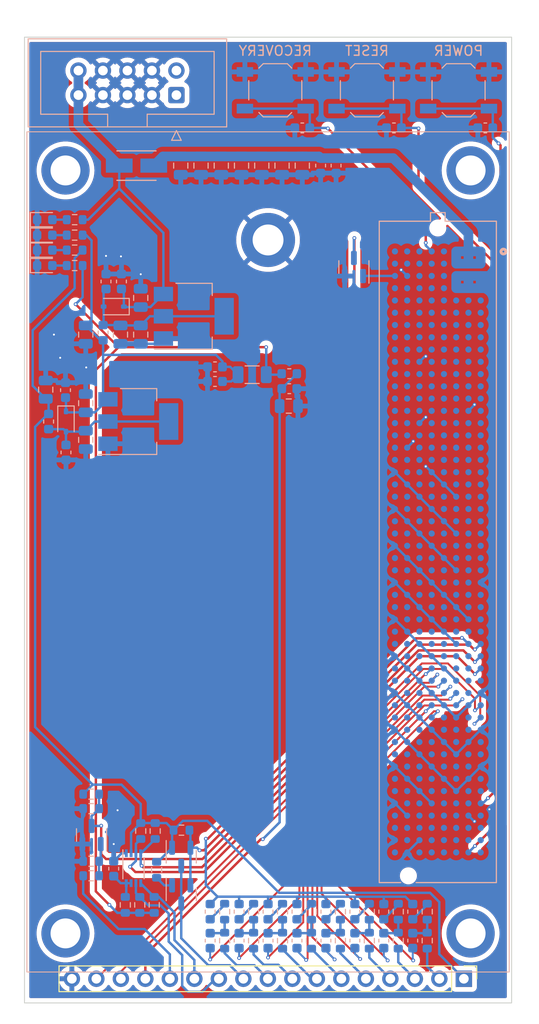
<source format=kicad_pcb>
(kicad_pcb (version 20221018) (generator pcbnew)
  (layers (0 "F.Cu" signal) (31 "B.Cu" signal) (34 "B.Paste" user) (35 "F.Paste" user) (36 "B.SilkS" user "B.Silkscreen") (37 "F.SilkS" user "F.Silkscreen") (38 "B.Mask" user) (39 "F.Mask" user) (44 "Edge.Cuts" user))
  (net 0 "")
  (net 258 "Net-(D1-A)")
  (net 261 "GND")
  (net 262 "HDMI_CEC")
  (net 263 "HDMI_HPD_L")
  (net 264 "HDMI_DDC_SCL_POL")
  (net 265 "HDMI_DDC_SDA_POL")
  (net 266 "+5V")
  (net 267 "DP1_TXD0_P")
  (net 268 "DP1_TXD0_N")
  (net 269 "DP1_TXD1_P")
  (net 270 "DP1_TXD1_N")
  (net 271 "DP1_TXD2_P")
  (net 272 "DP1_TXD2_N")
  (net 273 "DP1_TXD3_P")
  (net 274 "DP1_TXD3_N")
  (net 275 "SOM_GPIO20_HDMI_TERM")
  (net 276 "USB_VBUS_EN1")
  (net 277 "USB3_TX1_P")
  (net 278 "USB3_TX1_N")
  (net 279 "USB0_VDD_VBUS")
  (net 280 "USB0_D_N")
  (net 281 "USB0_D_P")
  (net 282 "USB1_D_N")
  (net 283 "USB1_D_P")
  (net 284 "USB3_RX1_N")
  (net 285 "USB3_RX1_P")
  (net 286 "USB0_OTG_ID")
  (net 287 "USB_VBUS_EN0")
  (net 288 "JTAG_AP_TMS")
  (net 289 "JTAG_AP_TCK")
  (net 290 "JTAG_AP_TDO")
  (net 291 "JTAG_AP_TDI")
  (net 292 "SOM_RESET_OUT_L")
  (net 293 "JTAG_AP_RTCK")
  (net 294 "JTAG_AP_TRST_L")
  (net 295 "GBE_LED0_SPICSB")
  (net 296 "GBE_LED1_SPISCK")
  (net 297 "GBE_MDI0_P")
  (net 298 "GBE_MDI0_N")
  (net 299 "GBE_MDI1_P")
  (net 300 "GBE_MDI1_N")
  (net 301 "GBE_MDI2_P")
  (net 302 "GBE_MDI2_N")
  (net 303 "GBE_MDI3_P")
  (net 304 "GBE_MDI3_N")
  (net 305 "SDCARD_CD")
  (net 306 "SDCARD_VDD_EN")
  (net 307 "SDCARD_CMD")
  (net 308 "SDCARD_CLK")
  (net 309 "SDCARD_D3")
  (net 310 "SDCARD_D2")
  (net 311 "SDCARD_D1")
  (net 312 "SDCARD_D0")
  (net 313 "P12V_TX2")
  (net 314 "FORCE_RECOVERY_L")
  (net 315 "POWER_BTN_L")
  (net 316 "+12V")
  (net 317 "Net-(D26-A)")
  (net 318 "Net-(D28-A)")
  (net 319 "SOM_RESET_IN_L")
  (net 320 "CARRIER_POWER_ON")
  (net 321 "SOM_UART0_TXD")
  (net 322 "SOM_UART0_CTS")
  (net 323 "SOM_UART0_RXD")
  (net 324 "+3V3")
  (net 325 "Net-(D2-A)")
  (net 326 "Net-(U3-EN)")
  (net 327 "HDMI_5V_CABLE")
  (net 328 "Net-(C28-Pad2)")
  (net 329 "Net-(C29-Pad2)")
  (net 330 "Net-(C30-Pad2)")
  (net 331 "Net-(C31-Pad2)")
  (net 332 "Net-(C32-Pad2)")
  (net 333 "Net-(C33-Pad2)")
  (net 334 "Net-(C34-Pad2)")
  (net 335 "Net-(C35-Pad2)")
  (net 336 "Net-(D3-A)")
  (net 337 "Net-(D4-A-Pad1)")
  (net 338 "HDMI_CEC_CON")
  (net 339 "Net-(D6-A)")
  (net 340 "HDMI_D2P_CON")
  (net 341 "HDMI_D2N_CON")
  (net 342 "HDMI_D1P_CON")
  (net 343 "HDMI_D1N_CON")
  (net 344 "HDMI_D0P_CON")
  (net 345 "HDMI_D0N_CON")
  (net 346 "HDMI_CKP_CON")
  (net 347 "HDMI_CKN_CON")
  (net 348 "HDMI_DDC_SCL_5V0")
  (net 349 "HDMI_DDC_SDA_5V0")
  (net 350 "HDMI_HPD_CON")
  (net 351 "5V_HDMI")
  (net 352 "Net-(Q5-D)")
  (net 353 "Net-(L2-Pad2)")
  (net 354 "Net-(L3-Pad2)")
  (net 355 "Net-(L4-Pad2)")
  (net 356 "Net-(L5-Pad2)")
  (net 357 "Net-(L6-Pad2)")
  (net 358 "Net-(L7-Pad2)")
  (net 359 "Net-(L8-Pad2)")
  (net 360 "Net-(L9-Pad2)")
  (net 361 "Net-(Q1-B)")
  (footprint "Connector_PinHeader_2.54mm:PinHeader_1x17_P2.54mm_Vertical" (layer "F.Cu") (at 150.71 172.547792 -90)
    (fp_text reference "J4" hide)
    (fp_text value "Conn_01x17")
  )
  (footprint "Capacitor_SMD:C_0805_2012Metric" (layer "B.Cu") (at 115.11 105.847792 90)
    (fp_text reference "C8" hide)
    (fp_text value "22u")
  )
  (footprint "Capacitor_SMD:C_0805_2012Metric" (layer "B.Cu") (at 111.51 116.747792 -90)
    (fp_text reference "C19" hide)
    (fp_text value "47u")
  )
  (footprint "Capacitor_SMD:C_0603_1608Metric" (layer "B.Cu") (at 127.41 168.597792 90)
    (fp_text reference "C34" hide)
    (fp_text value "100n")
  )
  (footprint "Button_Switch_SMD:SW_SPST_TL3342" (layer "B.Cu") (at 131.16 80.547792 180)
    (fp_text reference "SW3" hide)
    (fp_text value "SW_Push")
  )
  (footprint "Resistor_SMD:R_0603_1608Metric" (layer "B.Cu") (at 115.61 164.897792 90)
    (fp_text reference "R10" hide)
    (fp_text value "200k")
  )
  (footprint "Capacitor_SMD:C_0603_1608Metric" (layer "B.Cu") (at 130.41 168.597792 90)
    (fp_text reference "C33" hide)
    (fp_text value "100n")
  )
  (footprint "Package_SO:VSSOP-8_2.3x2mm_P0.5mm" (layer "B.Cu") (at 116.46 161.097792 -90)
    (fp_text reference "U3" hide)
    (fp_text value "PCA9306DC")
  )
  (footprint "Capacitor_SMD:C_0603_1608Metric" (layer "B.Cu") (at 143.46 84.447792 180)
    (fp_text reference "C14" hide)
    (fp_text value "10n")
  )
  (footprint "Capacitor_SMD:C_0603_1608Metric" (layer "B.Cu") (at 152.935 84.447792 180)
    (fp_text reference "C15" hide)
    (fp_text value "10n")
  )
  (footprint "Resistor_SMD:R_0603_1608Metric" (layer "B.Cu") (at 131.91 165.597792 -90)
    (fp_text reference "R36" hide)
    (fp_text value "499")
  )
  (footprint "Resistor_SMD:R_0603_1608Metric" (layer "B.Cu") (at 117.11 164.897792 90)
    (fp_text reference "R15" hide)
    (fp_text value "2.2k")
  )
  (footprint "Resistor_SMD:R_0603_1608Metric" (layer "B.Cu") (at 137.91 168.597792 -90)
    (fp_text reference "R26" hide)
    (fp_text value "4.7")
  )
  (footprint "Capacitor_SMD:C_0805_2012Metric" (layer "B.Cu") (at 107.36 111.547792 90)
    (fp_text reference "C16" hide)
    (fp_text value "47u")
  )
  (footprint "Package_TO_SOT_SMD:SOT-23" (layer "B.Cu") (at 139.31 98.847792 90)
    (fp_text reference "Q5" hide)
    (fp_text value "BSS138")
  )
  (footprint "Inductor_SMD:L_0603_1608Metric" (layer "B.Cu") (at 142.41 165.597792 -90)
    (fp_text reference "L3" hide)
    (fp_text value "MI0603J601R-10")
  )
  (footprint "Resistor_SMD:R_0603_1608Metric" (layer "B.Cu") (at 110.36 98.697792 180)
    (fp_text reference "R22" hide)
    (fp_text value "1k")
  )
  (footprint "Resistor_SMD:R_0603_1608Metric" (layer "B.Cu") (at 140.91 168.597792 -90)
    (fp_text reference "R25" hide)
    (fp_text value "4.7")
  )
  (footprint "Capacitor_SMD:C_0603_1608Metric" (layer "B.Cu") (at 142.41 168.597792 90)
    (fp_text reference "C29" hide)
    (fp_text value "100n")
  )
  (footprint "Capacitor_SMD:C_0805_2012Metric" (layer "B.Cu") (at 131.86 88.347792 90)
    (fp_text reference "C38" hide)
    (fp_text value "22u")
  )
  (footprint "Inductor_SMD:L_0603_1608Metric" (layer "B.Cu") (at 130.41 165.597792 -90)
    (fp_text reference "L7" hide)
    (fp_text value "MI0603J601R-10")
  )
  (footprint "Inductor_SMD:L_0603_1608Metric" (layer "B.Cu") (at 113.31 105.647792 -90)
    (fp_text reference "FB1" hide)
    (fp_text value "MPZ1608S221")
  )
  (footprint "Resistor_SMD:R_0603_1608Metric" (layer "B.Cu") (at 146.91 168.597792 -90)
    (fp_text reference "R23" hide)
    (fp_text value "4.7")
  )
  (footprint "Capacitor_SMD:C_0603_1608Metric" (layer "B.Cu") (at 124.91 109.187792 180)
    (fp_text reference "C23" hide)
    (fp_text value "10u")
  )
  (footprint "Resistor_SMD:R_0603_1608Metric" (layer "B.Cu") (at 110.36 95.547792 180)
    (fp_text reference "R57" hide)
    (fp_text value "1k")
  )
  (footprint "Capacitor_SMD:C_0603_1608Metric" (layer "B.Cu") (at 109.41 111.597792 90)
    (fp_text reference "C18" hide)
    (fp_text value "100n")
  )
  (footprint "Resistor_SMD:R_0603_1608Metric" (layer "B.Cu") (at 118.86 161.260292 90)
    (fp_text reference "R18" hide)
    (fp_text value "31.6k")
  )
  (footprint "Capacitor_SMD:C_0805_2012Metric" (layer "B.Cu") (at 132.56 113.247792 180)
    (fp_text reference "C26" hide)
    (fp_text value "22u")
  )
  (footprint "Capacitor_SMD:C_0805_2012Metric" (layer "B.Cu") (at 117.21 102.047792 -90)
    (fp_text reference "C9" hide)
    (fp_text value "22u")
  )
  (footprint "LED_SMD:LED_0603_1608Metric" (layer "B.Cu") (at 107.26 97.097792)
    (fp_text reference "D3" hide)
    (fp_text value "LED")
  )
  (footprint "Capacitor_SMD:C_0805_2012Metric" (layer "B.Cu") (at 111.51 105.847792 90)
    (fp_text reference "C10" hide)
    (fp_text value "22u")
  )
  (footprint "Resistor_SMD:R_0603_1608Metric" (layer "B.Cu") (at 112.07 160.380292 180)
    (fp_text reference "R9" hide)
    (fp_text value "100k")
  )
  (footprint "Inductor_SMD:L_0603_1608Metric" (layer "B.Cu") (at 136.41 165.597792 -90)
    (fp_text reference "L5" hide)
    (fp_text value "MI0603J601R-10")
  )
  (footprint "Capacitor_SMD:C_0603_1608Metric" (layer "B.Cu") (at 113.61 100.347792 90)
    (fp_text reference "C13" hide)
    (fp_text value "100n")
  )
  (footprint "LED_SMD:LED_0603_1608Metric" (layer "B.Cu") (at 107.26 95.547792)
    (fp_text reference "D26" hide)
    (fp_text value "LED")
  )
  (footprint "Capacitor_SMD:C_0805_2012Metric" (layer "B.Cu") (at 123.46 88.347792 90)
    (fp_text reference "C2" hide)
    (fp_text value "22u")
  )
  (footprint "Diode_SMD:D_SOD-323" (layer "B.Cu") (at 114.41 102.947792 180)
    (fp_text reference "D1" hide)
    (fp_text value "1N5819WS")
  )
  (footprint "Capacitor_SMD:C_0603_1608Metric" (layer "B.Cu") (at 115.21 100.347792 90)
    (fp_text reference "C44" hide)
    (fp_text value "100n")
  )
  (footprint "Resistor_SMD:R_0603_1608Metric" (layer "B.Cu") (at 146.91 165.597792 -90)
    (fp_text reference "R31" hide)
    (fp_text value "499")
  )
  (footprint "Button_Switch_SMD:SW_SPST_TL3342" (layer "B.Cu") (at 150.16 80.547792 180)
    (fp_text reference "SW1" hide)
    (fp_text value "SW_Push")
  )
  (footprint "Connector_IDC:IDC-Header_2x05_P2.54mm_Vertical" (layer "B.Cu") (at 120.91 81.047792 90)
    (fp_text reference "J3" hide)
    (fp_text value "Conn_02x05_Odd_Even")
  )
  (footprint "Capacitor_SMD:C_0805_2012Metric" (layer "B.Cu") (at 133.96 88.347792 90)
    (fp_text reference "C6" hide)
    (fp_text value "22u")
  )
  (footprint "Inductor_SMD:L_0603_1608Metric" (layer "B.Cu") (at 124.41 165.597792 -90)
    (fp_text reference "L9" hide)
    (fp_text value "MI0603J601R-10")
  )
  (footprint "Resistor_SMD:R_0603_1608Metric" (layer "B.Cu") (at 125.91 168.597792 -90)
    (fp_text reference "R30" hide)
    (fp_text value "4.7")
  )
  (footprint "Diode_SMD:D_SOD-323" (layer "B.Cu") (at 109.46 114.847792 -90)
    (fp_text reference "D2" hide)
    (fp_text value "1N5819WS")
  )
  (footprint "Capacitor_SMD:C_0603_1608Metric" (layer "B.Cu") (at 145.41 168.597792 90)
    (fp_text reference "C28" hide)
    (fp_text value "100n")
  )
  (footprint "Resistor_SMD:R_0603_1608Metric" (layer "B.Cu") (at 110.36 97.097792 180)
    (fp_text reference "R1" hide)
    (fp_text value "330")
  )
  (footprint "Capacitor_SMD:C_0603_1608Metric" (layer "B.Cu") (at 114.41 161.147792 90)
    (fp_text reference "C22" hide)
    (fp_text value "100p")
  )
  (footprint "Package_TO_SOT_SMD:SOT-23" (layer "B.Cu") (at 112.11 157.660292 90)
    (fp_text reference "Q1" hide)
    (fp_text value "BC846")
  )
  (footprint "Resistor_SMD:R_0603_1608Metric" (layer "B.Cu") (at 131.91 168.597792 -90)
    (fp_text reference "R28" hide)
    (fp_text value "4.7")
  )
  (footprint "Resistor_SMD:R_0603_1608Metric" (layer "B.Cu") (at 110.36 93.947792 180)
    (fp_text reference "R55" hide)
    (fp_text value "2.2k")
  )
  (footprint "Capacitor_SMD:C_0603_1608Metric" (layer "B.Cu") (at 124.91 110.697792 180)
    (fp_text reference "C24" hide)
    (fp_text value "100n")
  )
  (footprint "Inductor_SMD:L_0603_1608Metric" (layer "B.Cu") (at 133.41 165.597792 -90)
    (fp_text reference "L6" hide)
    (fp_text value "MI0603J601R-10")
  )
  (footprint "Capacitor_SMD:C_0805_2012Metric" (layer "B.Cu") (at 117.21 105.847792 90)
    (fp_text reference "C7" hide)
    (fp_text value "22u")
  )
  (footprint "Capacitor_SMD:C_0805_2012Metric" (layer "B.Cu") (at 121.36 88.347792 90)
    (fp_text reference "C1" hide)
    (fp_text value "22u")
  )
  (footprint "Capacitor_SMD:C_0805_2012Metric" (layer "B.Cu") (at 125.56 88.347792 90)
    (fp_text reference "C3" hide)
    (fp_text value "22u")
  )
  (footprint "Resistor_SMD:R_1206_3216Metric" (layer "B.Cu") (at 128.76 109.997792 180)
    (fp_text reference "TH1" hide)
    (fp_text value "1206L020C")
  )
  (footprint "footprints:SAMTEC_SEAM-50-02.0-S-08-2-A-K-TR" (layer "B.Cu") (at 148.01 128.347792 90)
    (fp_text reference "J1" hide)
    (fp_text value "SEAM-50-02.0-S-08-2-A-K-TR")
  )
  (footprint "LED_SMD:LED_0603_1608Metric" (layer "B.Cu") (at 107.26 98.697792)
    (fp_text reference "D6" hide)
    (fp_text value "LED")
  )
  (footprint "Resistor_SMD:R_0603_1608Metric" (layer "B.Cu") (at 118.61 164.897792 90)
    (fp_text reference "R16" hide)
    (fp_text value "2.2k")
  )
  (footprint "Resistor_SMD:R_0603_1608Metric" (layer "B.Cu") (at 112.07 153.430292)
    (fp_text reference "R4" hide)
    (fp_text value "10k")
  )
  (footprint "Resistor_SMD:R_0603_1608Metric" (layer "B.Cu") (at 140.91 165.597792 -90)
    (fp_text reference "R33" hide)
    (fp_text value "499")
  )
  (footprint "Resistor_SMD:R_0603_1608Metric" (layer "B.Cu") (at 134.91 168.597792 -90)
    (fp_text reference "R27" hide)
    (fp_text value "4.7")
  )
  (footprint "Inductor_SMD:L_0603_1608Metric" (layer "B.Cu") (at 145.41 165.597792 -90)
    (fp_text reference "L2" hide)
    (fp_text value "MI0603J601R-10")
  )
  (footprint "Resistor_SMD:R_0603_1608Metric" (layer "B.Cu") (at 128.91 168.597792 -90)
    (fp_text reference "R29" hide)
    (fp_text value "4.7")
  )
  (footprint "Capacitor_SMD:C_0603_1608Metric" (layer "B.Cu") (at 137.46 88.347792 -90)
    (fp_text reference "C12" hide)
    (fp_text value "100n")
  )
  (footprint "Resistor_SMD:R_0603_1608Metric" (layer "B.Cu") (at 121.435 157.160292 180)
    (fp_text reference "R11" hide)
    (fp_text value "162k")
  )
  (footprint "Resistor_SMD:R_0603_1608Metric" (layer "B.Cu") (at 137.91 165.597792 -90)
    (fp_text reference "R34" hide)
    (fp_text value "499")
  )
  (footprint "Resistor_SMD:R_0603_1608Metric" (layer "B.Cu") (at 112.07 154.930292 180)
    (fp_text reference "R6" hide)
    (fp_text value "10k")
  )
  (footprint "Resistor_SMD:R_0603_1608Metric" (layer "B.Cu") (at 143.91 165.597792 -90)
    (fp_text reference "R32" hide)
    (fp_text value "499")
  )
  (footprint "Package_TO_SOT_SMD:SOT-223-3_TabPin2" (layer "B.Cu") (at 122.71 103.947792)
    (fp_text reference "U15" hide)
    (fp_text value "AMS1117-5.0")
  )
  (footprint "Capacitor_SMD:C_0603_1608Metric" (layer "B.Cu") (at 139.41 168.597792 90)
    (fp_text reference "C30" hide)
    (fp_text value "100n")
  )
  (footprint "Inductor_SMD:L_0603_1608Metric" (layer "B.Cu") (at 139.41 165.597792 -90)
    (fp_text reference "L4" hide)
    (fp_text value "MI0603J601R-10")
  )
  (footprint "Capacitor_SMD:C_0805_2012Metric" (layer "B.Cu") (at 127.66 88.347792 90)
    (fp_text reference "C4" hide)
    (fp_text value "22u")
  )
  (footprint "Resistor_SMD:R_0603_1608Metric" (layer "B.Cu") (at 128.91 165.597792 -90)
    (fp_text reference "R37" hide)
    (fp_text value "499")
  )
  (footprint "footprints:FB_28F0121-0SR-10" (layer "B.Cu") (at 116.77 88.347792)
    (fp_text reference "L11" hide)
    (fp_text value "FERRITE_10A")
  )
  (footprint "LED_SMD:LED_0603_1608Metric" (layer "B.Cu") (at 107.26 93.947792)
    (fp_text reference "D28" hide)
    (fp_text value "LED")
  )
  (footprint "Resistor_SMD:R_0603_1608Metric" (layer "B.Cu") (at 143.91 168.597792 -90)
    (fp_text reference "R24" hide)
    (fp_text value "4.7")
  )
  (footprint "Inductor_SMD:L_0603_1608Metric" (layer "B.Cu") (at 107.66 114.847792 90)
    (fp_text reference "FB2" hide)
    (fp_text value "MPZ1608S221")
  )
  (footprint "Capacitor_SMD:C_0603_1608Metric" (layer "B.Cu") (at 136.41 168.597792 90)
    (fp_text reference "C31" hide)
    (fp_text value "100n")
  )
  (footprint "Capacitor_SMD:C_0805_2012Metric" (layer "B.Cu") (at 111.51 112.947792 90)
    (fp_text reference "C17" hide)
    (fp_text value "22u")
  )
  (footprint "Resistor_SMD:R_0603_1608Metric" (layer "B.Cu") (at 112.07 161.880292 180)
    (fp_text reference "R7" hide)
    (fp_text value "100k")
  )
  (footprint "Capacitor_SMD:C_0805_2012Metric" (layer "B.Cu") (at 129.76 88.347792 90)
    (fp_text reference "C5" hide)
    (fp_text value "22u")
  )
  (footprint "Capacitor_SMD:C_0603_1608Metric" (layer "B.Cu") (at 132.61 111.447792)
    (fp_text reference "C25" hide)
    (fp_text value "100n")
  )
  (footprint "Capacitor_SMD:C_0603_1608Metric" (layer "B.Cu") (at 109.46 118.047792 -90)
    (fp_text reference "C20" hide)
    (fp_text value "100n")
  )
  (footprint "Capacitor_SMD:C_0603_1608Metric" (layer "B.Cu") (at 133.41 168.597792 90)
    (fp_text reference "C32" hide)
    (fp_text value "100n")
  )
  (footprint "Package_TO_SOT_SMD:SOT-23" (layer "B.Cu") (at 121.41 159.910292 -90)
    (fp_text reference "Q2" hide)
    (fp_text value "BSS138")
  )
  (footprint "Capacitor_SMD:C_0603_1608Metric" (layer "B.Cu") (at 133.96 84.447792 180)
    (fp_text reference "C27" hide)
    (fp_text value "10n")
  )
  (footprint "Inductor_SMD:L_0603_1608Metric" (layer "B.Cu") (at 127.41 165.597792 -90)
    (fp_text reference "L8" hide)
    (fp_text value "MI0603J601R-10")
  )
  (footprint "Capacitor_SMD:C_0603_1608Metric" (layer "B.Cu") (at 135.86 88.347792 -90)
    (fp_text reference "C11" hide)
    (fp_text value "100n")
  )
  (footprint "Inductor_SMD:L_0603_1608Metric" (layer "B.Cu") (at 132.61 109.897792)
    (fp_text reference "L1" hide)
    (fp_text value "BLM18AG102")
  )
  (footprint "Resistor_SMD:R_0603_1608Metric" (layer "B.Cu") (at 117.21 157.247792 -90)
    (fp_text reference "R13" hide)
    (fp_text value "2.2k")
  )
  (footprint "Resistor_SMD:R_0603_1608Metric" (layer "B.Cu") (at 125.91 165.597792 -90)
    (fp_text reference "R38" hide)
    (fp_text value "499")
  )
  (footprint "Package_TO_SOT_SMD:SOT-223-3_TabPin2" (layer "B.Cu") (at 116.96 114.847792)
    (fp_text reference "U1" hide)
    (fp_text value "AMS1117-3.3")
  )
  (footprint "Resistor_SMD:R_0603_1608Metric" (layer "B.Cu") (at 118.71 157.247792 -90)
    (fp_text reference "R14" hide)
    (fp_text value "2.2k")
  )
  (footprint "MountingHole:MountingHole_3.2mm_M3_DIN965_Pad" (layer "B.Cu") (at 130.41 96.047792 180)
    (fp_text reference "H1" hide)
    (fp_text value "MountingHole_Pad")
  )
  (footprint "Button_Switch_SMD:SW_SPST_TL3342" (layer "B.Cu") (at 140.66 80.547792 180)
    (fp_text reference "SW2" hide)
    (fp_text value "SW_Push")
  )
  (footprint "Capacitor_SMD:C_0603_1608Metric" (layer "B.Cu") (at 124.41 168.597792 90)
    (fp_text reference "C35" hide)
    (fp_text value "100n")
  )
  (footprint "Package_TO_SOT_SMD:SOT-23" (layer "B.Cu") (at 121.41 163.810292 -90)
    (fp_text reference "D4" hide)
    (fp_text value "BAS70-05-7-F")
  )
  (footprint "Resistor_SMD:R_0603_1608Metric" (layer "B.Cu") (at 134.91 165.597792 -90)
    (fp_text reference "R35" hide)
    (fp_text value "499")
  )
  (gr_rect (start 105.16 75.047792) (end 155.66 175.047792) (stroke (width 0.1)) (fill none) (layer "Edge.Cuts"))
  (gr_text "POWER" (at 150.16 77.047792) (layer "B.SilkS") (effects (font (size 1 1)) (justify bottom mirror)))
  (gr_text "RECOVERY" (at 131.16 77.047792) (layer "B.SilkS") (effects (font (size 1 1)) (justify bottom mirror)))
  (gr_text "RESET" (at 140.66 77.047792) (layer "B.SilkS") (effects (font (size 1 1)) (justify bottom mirror)))
  (segment (start 119.56 103.947792) (end 118.16 103.947792) (width 0.25) (layer "B.Cu") (net 258))
  (segment (start 113.31 104.860292) (end 115.0725 104.860292) (width 0.25) (layer "B.Cu") (net 258))
  (segment (start 117.21 104.897792) (end 115.11 104.897792) (width 0.25) (layer "B.Cu") (net 258))
  (segment (start 113.36 104.810292) (end 113.31 104.860292) (width 0.25) (layer "B.Cu") (net 258))
  (segment (start 113.36 102.947792) (end 113.36 101.372792) (width 0.25) (layer "B.Cu") (net 258))
  (segment (start 115.0725 104.860292) (end 115.11 104.897792) (width 0.25) (layer "B.Cu") (net 258))
  (segment (start 113.36 102.947792) (end 113.36 104.810292) (width 0.25) (layer "B.Cu") (net 258))
  (segment (start 125.86 103.947792) (end 119.56 103.947792) (width 0.25) (layer "B.Cu") (net 258))
  (segment (start 113.36 101.372792) (end 113.61 101.122792) (width 0.25) (layer "B.Cu") (net 258))
  (segment (start 118.16 103.947792) (end 117.21 104.897792) (width 0.25) (layer "B.Cu") (net 258))
  (segment (start 151.305 160.252792) (end 151.26 160.297792) (width 0.25) (layer "F.Cu") (net 261))
  (via (at 144.21 99.147792) (size 0.4) (drill 0.2) (layers "F.Cu" "B.Cu") (net 261))
  (via (at 114.81 155.097792) (size 0.4) (drill 0.2) (layers "F.Cu" "B.Cu") (net 261))
  (via (at 111.56 109.247792) (size 0.4) (drill 0.2) (layers "F.Cu" "B.Cu") (net 261))
  (via (at 113.61 97.697792) (size 0.4) (drill 0.2) (layers "F.Cu" "B.Cu") (net 261))
  (via (at 153.36 154.997792) (size 0.4) (drill 0.2) (layers "F.Cu" "B.Cu") (net 261))
  (via (at 115.16 97.747792) (size 0.4) (drill 0.2) (layers "F.Cu" "B.Cu") (net 261))
  (via (at 146.76 114.397792) (size 0.4) (drill 0.2) (layers "F.Cu" "B.Cu") (net 261))
  (via (at 151.81 156.247792) (size 0.4) (drill 0.2) (layers "F.Cu" "B.Cu") (net 261))
  (via (at 145.46 116.897792) (size 0.4) (drill 0.2) (layers "F.Cu" "B.Cu") (net 261))
  (via (at 108.21 105.847792) (size 0.4) (drill 0.2) (layers "F.Cu" "B.Cu") (net 261))
  (via (at 108.86 108.247792) (size 0.4) (drill 0.2) (layers "F.Cu" "B.Cu") (net 261))
  (via (at 117.21 99.597792) (size 0.4) (drill 0.2) (layers "F.Cu" "B.Cu") (net 261))
  (via (at 146.76 119.497792) (size 0.4) (drill 0.2) (layers "F.Cu" "B.Cu") (net 261))
  (via (at 151.81 113.097792) (size 0.4) (drill 0.2) (layers "F.Cu" "B.Cu") (net 261))
  (via (at 114.41 158.597792) (size 0.4) (drill 0.2) (layers "F.Cu" "B.Cu") (net 261))
  (via (at 146.76 108.097792) (size 0.4) (drill 0.2) (layers "F.Cu" "B.Cu") (net 261))
  (segment (start 151.185 155.652792) (end 151.78 156.247792) (width 0.25) (layer "B.Cu") (net 261))
  (segment (start 143.565 142.952792) (end 149.915 149.302792) (width 0.25) (layer "B.Cu") (net 261))
  (segment (start 152.455 99.772792) (end 153.335 99.772792) (width 1) (layer "B.Cu") (net 261))
  (segment (start 152.455 99.772792) (end 152.455 101.042792) (width 1) (layer "B.Cu") (net 261))
  (segment (start 151.78 156.247792) (end 151.81 156.247792) (width 0.25) (layer "B.Cu") (net 261))
  (segment (start 115.235 159.547792) (end 114.41 160.372792) (width 0.25) (layer "B.Cu") (net 261))
  (segment (start 145.46 116.927792) (end 145.46 116.897792) (width 0.25) (layer "B.Cu") (net 261))
  (segment (start 146.105 158.192792) (end 144.835 159.462792) (width 0.25) (layer "B.Cu") (net 261))
  (segment (start 149.915 122.632792) (end 147.375 120.092792) (width 0.25) (layer "B.Cu") (net 261))
  (segment (start 151.185 99.772792) (end 151.185 101.042792) (width 1) (layer "B.Cu") (net 261))
  (segment (start 147.375 120.092792) (end 146.78 119.497792) (width 0.25) (layer "B.Cu") (net 261))
  (segment (start 147.375 154.382792) (end 143.565 150.572792) (width 0.25) (layer "B.Cu") (net 261))
  (segment (start 146.78 119.497792) (end 146.76 119.497792) (width 0.25) (layer "B.Cu") (net 261))
  (segment (start 151.185 113.742792) (end 151.81 113.117792) (width 0.25) (layer "B.Cu") (net 261))
  (segment (start 149.915 99.772792) (end 149.915 101.042792) (width 1) (layer "B.Cu") (net 261))
  (segment (start 146.67 108.097792) (end 146.105 108.662792) (width 0.25) (layer "B.Cu") (net 261))
  (segment (start 153.305 101.042792) (end 153.86 101.597792) (width 1) (layer "B.Cu") (net 261))
  (segment (start 115.71 159.547792) (end 115.235 159.547792) (width 0.25) (layer "B.Cu") (net 261))
  (segment (start 143.565 139.142792) (end 147.375 142.952792) (width 0.25) (layer "B.Cu") (net 261))
  (segment (start 146.67 108.097792) (end 146.76 108.097792) (width 0.25) (layer "B.Cu") (net 261))
  (segment (start 149.915 153.112792) (end 143.565 146.762792) (width 0.25) (layer "B.Cu") (net 261))
  (segment (start 151.81 113.117792) (end 151.81 113.097792) (width 0.25) (layer "B.Cu") (net 261))
  (segment (start 147.375 142.952792) (end 149.915 145.492792) (width 0.25) (layer "B.Cu") (net 261))
  (segment (start 146.105 115.012792) (end 146.72 114.397792) (width 0.25) (layer "B.Cu") (net 261))
  (segment (start 152.455 150.572792) (end 149.915 153.112792) (width 0.25) (layer "B.Cu") (net 261))
  (segment (start 149.915 149.302792) (end 152.455 146.762792) (width 0.25) (layer "B.Cu") (net 261))
  (segment (start 153.335 99.772792) (end 153.91 99.197792) (width 1) (layer "B.Cu") (net 261))
  (segment (start 117.21 106.797792) (end 119.01 106.797792) (width 0.25) (layer "B.Cu") (net 261))
  (segment (start 143.565 135.332792) (end 149.915 141.682792) (width 0.25) (layer "B.Cu") (net 261))
  (segment (start 152.455 101.042792) (end 153.305 101.042792) (width 1) (layer "B.Cu") (net 261))
  (segment (start 143.565 127.712792) (end 151.185 135.332792) (width 0.25) (layer "B.Cu") (net 261))
  (segment (start 146.72 114.397792) (end 146.76 114.397792) (width 0.25) (layer "B.Cu") (net 261))
  (segment (start 144.835 99.772792) (end 144.21 99.147792) (width 0.25) (layer "B.Cu") (net 261))
  (segment (start 149.915 126.442792) (end 143.565 120.092792) (width 0.25) (layer "B.Cu") (net 261))
  (segment (start 149.915 101.042792) (end 152.455 101.042792) (width 1) (layer "B.Cu") (net 261))
  (segment (start 119.01 106.797792) (end 119.56 106.247792) (width 0.25) (layer "B.Cu") (net 261))
  (segment (start 143.565 131.522792) (end 149.915 137.872792) (width 0.25) (layer "B.Cu") (net 261))
  (segment (start 152.455 142.952792) (end 149.915 145.492792) (width 0.25) (layer "B.Cu") (net 261))
  (segment (start 149.915 99.772792) (end 152.455 99.772792) (width 1) (layer "B.Cu") (net 261))
  (segment (start 144.835 155.652792) (end 143.565 154.382792) (width 0.25) (layer "B.Cu") (net 261))
  (segment (start 144.835 117.552792) (end 145.46 116.927792) (width 0.25) (layer "B.Cu") (net 261))
  (segment (start 143.565 123.902792) (end 149.915 130.252792) (width 0.25) (layer "B.Cu") (net 261))
  (segment (start 150.46 137.297792) (end 145.71 137.297792) (width 0.25) (layer "F.Cu") (net 262))
  (segment (start 150.51 137.247792) (end 150.46 137.297792) (width 0.25) (layer "F.Cu") (net 262))
  (segment (start 145.71 137.297792) (end 123.76 159.247792) (width 0.25) (layer "F.Cu") (net 262))
  (segment (start 123.76 159.247792) (end 123.31 159.247792) (width 0.25) (layer "F.Cu") (net 262))
  (via (at 150.51 137.247792) (size 0.4) (drill 0.2) (layers "F.Cu" "B.Cu") (net 262))
  (via (at 123.31 159.247792) (size 0.4) (drill 0.2) (layers "F.Cu" "B.Cu") (net 262))
  (segment (start 122.36 158.972792) (end 123.035 158.972792) (width 0.25) (layer "B.Cu") (net 262))
  (segment (start 122.36 158.972792) (end 122.36 157.260292) (width 0.25) (layer "B.Cu") (net 262))
  (segment (start 122.36 162.872792) (end 122.36 158.972792) (width 0.25) (layer "B.Cu") (net 262))
  (segment (start 150.56 137.247792) (end 150.51 137.247792) (width 0.25) (layer "B.Cu") (net 262))
  (segment (start 122.36 157.260292) (end 122.26 157.160292) (width 0.25) (layer "B.Cu") (net 262))
  (segment (start 123.035 158.972792) (end 123.31 159.247792) (width 0.25) (layer "B.Cu") (net 262))
  (segment (start 151.185 137.872792) (end 150.56 137.247792) (width 0.25) (layer "B.Cu") (net 262))
  (segment (start 145.81 137.947792) (end 151.26 137.947792) (width 0.25) (layer "F.Cu") (net 263))
  (segment (start 113.11 156.697792) (end 113.11 159.647792) (width 0.25) (layer "F.Cu") (net 263))
  (segment (start 123.61 160.147792) (end 145.81 137.947792) (width 0.25) (layer "F.Cu") (net 263))
  (segment (start 113.11 159.647792) (end 113.61 160.147792) (width 0.25) (layer "F.Cu") (net 263))
  (segment (start 151.26 137.947792) (end 151.86 138.547792) (width 0.25) (layer "F.Cu") (net 263))
  (segment (start 113.61 160.147792) (end 123.61 160.147792) (width 0.25) (layer "F.Cu") (net 263))
  (segment (start 151.86 138.547792) (end 151.86 138.447792) (width 0.25) (layer "F.Cu") (net 263))
  (via (at 113.11 156.697792) (size 0.4) (drill 0.2) (layers "F.Cu" "B.Cu") (net 263))
  (via (at 151.86 138.447792) (size 0.4) (drill 0.2) (layers "F.Cu" "B.Cu") (net 263))
  (segment (start 112.11 156.722792) (end 113.085 156.722792) (width 0.25) (layer "B.Cu") (net 263))
  (segment (start 152.455 137.872792) (end 151.88 138.447792) (width 0.25) (layer "B.Cu") (net 263))
  (segment (start 112.11 155.715292) (end 112.895 154.930292) (width 0.25) (layer "B.Cu") (net 263))
  (segment (start 151.88 138.447792) (end 151.86 138.447792) (width 0.25) (layer "B.Cu") (net 263))
  (segment (start 112.895 154.930292) (end 112.895 153.430292) (width 0.25) (layer "B.Cu") (net 263))
  (segment (start 113.085 156.722792) (end 113.11 156.697792) (width 0.25) (layer "B.Cu") (net 263))
  (segment (start 112.11 156.722792) (end 112.11 155.715292) (width 0.25) (layer "B.Cu") (net 263))
  (segment (start 146.11 139.147792) (end 123.76 161.497792) (width 0.25) (layer "F.Cu") (net 264))
  (segment (start 123.76 161.497792) (end 116.66 161.497792) (width 0.25) (layer "F.Cu") (net 264))
  (segment (start 151.86 140.997792) (end 150.01 139.147792) (width 0.25) (layer "F.Cu") (net 264))
  (segment (start 116.66 161.497792) (end 116.11 160.947792) (width 0.25) (layer "F.Cu") (net 264))
  (segment (start 150.01 139.147792) (end 146.11 139.147792) (width 0.25) (layer "F.Cu") (net 264))
  (via (at 116.11 160.947792) (size 0.4) (drill 0.2) (layers "F.Cu" "B.Cu") (net 264))
  (via (at 151.86 140.997792) (size 0.4) (drill 0.2) (layers "F.Cu" "B.Cu") (net 264))
  (segment (start 116.71 160.347792) (end 116.11 160.947792) (width 0.25) (layer "B.Cu") (net 264))
  (segment (start 116.71 158.572792) (end 117.21 158.072792) (width 0.25) (layer "B.Cu") (net 264))
  (segment (start 151.87 140.997792) (end 151.86 140.997792) (width 0.25) (layer "B.Cu") (net 264))
  (segment (start 152.455 140.412792) (end 151.87 140.997792) (width 0.25) (layer "B.Cu") (net 264))
  (segment (start 116.71 159.547792) (end 116.71 160.347792) (width 0.25) (layer "B.Cu") (net 264))
  (segment (start 116.71 159.547792) (end 116.71 158.572792) (width 0.25) (layer "B.Cu") (net 264))
  (segment (start 117.46 160.997792) (end 117.31 160.847792) (width 0.25) (layer "F.Cu") (net 265))
  (segment (start 151.86 139.747792) (end 150.66 138.547792) (width 0.25) (layer "F.Cu") (net 265))
  (segment (start 146.01 138.547792) (end 123.56 160.997792) (width 0.25) (layer "F.Cu") (net 265))
  (segment (start 150.66 138.547792) (end 146.01 138.547792) (width 0.25) (layer "F.Cu") (net 265))
  (segment (start 123.56 160.997792) (end 117.46 160.997792) (width 0.25) (layer "F.Cu") (net 265))
  (via (at 117.31 160.847792) (size 0.4) (drill 0.2) (layers "F.Cu" "B.Cu") (net 265))
  (via (at 151.86 139.747792) (size 0.4) (drill 0.2) (layers "F.Cu" "B.Cu") (net 265))
  (segment (start 117.235 159.547792) (end 118.71 158.072792) (width 0.25) (layer "B.Cu") (net 265))
  (segment (start 152.455 139.142792) (end 151.86 139.737792) (width 0.25) (layer "B.Cu") (net 265))
  (segment (start 117.21 159.547792) (end 117.21 160.747792) (width 0.25) (layer "B.Cu") (net 265))
  (segment (start 117.21 159.547792) (end 117.235 159.547792) (width 0.25) (layer "B.Cu") (net 265))
  (segment (start 151.86 139.737792) (end 151.86 139.747792) (width 0.25) (layer "B.Cu") (net 265))
  (segment (start 117.21 160.747792) (end 117.31 160.847792) (width 0.25) (layer "B.Cu") (net 265))
  (segment (start 125.685 109.187792) (end 125.685 108.622792) (width 0.25) (layer "B.Cu") (net 266))
  (segment (start 113.31 112.047792) (end 113.81 112.547792) (width 0.25) (layer "B.Cu") (net 266))
  (segment (start 109.46 113.797792) (end 109.46 112.422792) (width 0.25) (layer "B.Cu") (net 266))
  (segment (start 109.46 112.422792) (end 109.41 112.372792) (width 0.25) (layer "B.Cu") (net 266))
  (segment (start 112.11 96.097792) (end 111.56 95.547792) (width 0.25) (layer "B.Cu") (net 266))
  (segment (start 113.31 106.435292) (end 113.0475 106.435292) (width 0.25) (layer "B.Cu") (net 266))
  (segment (start 112.11 104.297792) (end 112.11 96.097792) (width 0.25) (layer "B.Cu") (net 266))
  (segment (start 126.5975 110.697792) (end 127.2975 109.997792) (width 0.25) (layer "B.Cu") (net 266))
  (segment (start 111.51 104.897792) (end 112.11 104.297792) (width 0.25) (layer "B.Cu") (net 266))
  (segment (start 126.4875 109.187792) (end 127.2975 109.997792) (width 0.25) (layer "B.Cu") (net 266))
  (segment (start 109.56 113.897792) (end 109.46 113.797792) (width 0.25) (layer "B.Cu") (net 266))
  (segment (start 112.46 113.897792) (end 111.51 113.897792) (width 0.25) (layer "B.Cu") (net 266))
  (segment (start 125.685 109.187792) (end 126.4875 109.187792) (width 0.25) (layer "B.Cu") (net 266))
  (segment (start 111.51 113.897792) (end 109.56 113.897792) (width 0.25) (layer "B.Cu") (net 266))
  (segment (start 113.31 107.947792) (end 113.31 112.047792) (width 0.25) (layer "B.Cu") (net 266))
  (segment (start 113.81 112.547792) (end 112.46 113.897792) (width 0.25) (layer "B.Cu") (net 266))
  (segment (start 111.56 95.547792) (end 111.185 95.547792) (width 0.25) (layer "B.Cu") (net 266))
  (segment (start 125.685 110.697792) (end 126.5975 110.697792) (width 0.25) (layer "B.Cu") (net 266))
  (segment (start 125.01 107.947792) (end 113.31 107.947792) (width 0.25) (layer "B.Cu") (net 266))
  (segment (start 113.0475 106.435292) (end 111.51 104.897792) (width 0.25) (layer "B.Cu") (net 266))
  (segment (start 113.31 106.435292) (end 113.31 107.947792) (width 0.25) (layer "B.Cu") (net 266))
  (segment (start 125.685 108.622792) (end 125.01 107.947792) (width 0.25) (layer "B.Cu") (net 266))
  (segment (start 136.41 161.647792) (end 136.41 156.047792) (width 0.2) (layer "F.Cu") (net 267))
  (segment (start 147.61 144.847792) (end 148.01 144.847792) (width 0.2) (layer "F.Cu") (net 267))
  (segment (start 136.41 156.047792) (end 147.61 144.847792) (width 0.2) (layer "F.Cu") (net 267))
  (segment (start 145.46 170.647792) (end 145.41 170.647792) (width 0.2) (layer "F.Cu") (net 267))
  (segment (start 145.41 170.647792) (end 136.41 161.647792) (width 0.2) (layer "F.Cu") (net 267))
  (via (at 148.01 144.847792) (size 0.4) (drill 0.2) (layers "F.Cu" "B.Cu") (net 267))
  (via (at 145.46 170.647792) (size 0.4) (drill 0.2) (layers "F.Cu" "B.Cu") (net 267))
  (segment (start 148.01 144.857792) (end 148.01 144.847792) (width 0.2) (layer "B.Cu") (net 267))
  (segment (start 145.41 169.372792) (end 145.41 170.597792) (width 0.2) (layer "B.Cu") (net 267))
  (segment (start 145.41 170.597792) (end 145.46 170.647792) (width 0.2) (layer "B.Cu") (net 267))
  (segment (start 147.375 145.492792) (end 148.01 144.857792) (width 0.2) (layer "B.Cu") (net 267))
  (segment (start 142.81 170.597792) (end 135.96 163.747792) (width 0.2) (layer "F.Cu") (net 268))
  (segment (start 142.81 170.647792) (end 142.81 170.597792) (width 0.2) (layer "F.Cu") (net 268))
  (segment (start 135.96 155.647792) (end 146.76 144.847792) (width 0.2) (layer "F.Cu") (net 268))
  (segment (start 135.96 163.747792) (end 135.96 155.647792) (width 0.2) (layer "F.Cu") (net 268))
  (via (at 146.76 144.847792) (size 0.4) (drill 0.2) (layers "F.Cu" "B.Cu") (net 268))
  (via (at 142.81 170.647792) (size 0.4) (drill 0.2) (layers "F.Cu" "B.Cu") (net 268))
  (segment (start 147.375 144.222792) (end 146.76 144.837792) (width 0.2) (layer "B.Cu") (net 268))
  (segment (start 142.81 170.647792) (end 142.86 170.647792) (width 0.2) (layer "B.Cu") (net 268))
  (segment (start 142.41 169.372792) (end 142.41 170.197792) (width 0.2) (layer "B.Cu") (net 268))
  (segment (start 146.76 144.837792) (end 146.76 144.847792) (width 0.2) (layer "B.Cu") (net 268))
  (segment (start 142.41 170.197792) (end 142.81 170.597792) (width 0.2) (layer "B.Cu") (net 268))
  (segment (start 142.81 170.597792) (end 142.81 170.647792) (width 0.2) (layer "B.Cu") (net 268))
  (segment (start 142.86 170.647792) (end 142.81 170.597792) (width 0.2) (layer "B.Cu") (net 268))
  (segment (start 135.51 155.347792) (end 135.51 166.047792) (width 0.2) (layer "F.Cu") (net 269))
  (segment (start 135.51 166.047792) (end 139.96 170.497792) (width 0.2) (layer "F.Cu") (net 269))
  (segment (start 150.56 143.597792) (end 149.91 144.247792) (width 0.2) (layer "F.Cu") (net 269))
  (segment (start 149.91 144.247792) (end 146.61 144.247792) (width 0.2) (layer "F.Cu") (net 269))
  (segment (start 146.61 144.247792) (end 135.51 155.347792) (width 0.2) (layer "F.Cu") (net 269))
  (via (at 139.96 170.497792) (size 0.4) (drill 0.2) (layers "F.Cu" "B.Cu") (net 269))
  (via (at 150.56 143.597792) (size 0.4) (drill 0.2) (layers "F.Cu" "B.Cu") (net 269))
  (segment (start 139.41 169.947792) (end 139.96 170.497792) (width 0.2) (layer "B.Cu") (net 269))
  (segment (start 149.915 144.222792) (end 150.54 143.597792) (width 0.2) (layer "B.Cu") (net 269))
  (segment (start 139.41 169.372792) (end 139.41 169.947792) (width 0.2) (layer "B.Cu") (net 269))
  (segment (start 150.54 143.597792) (end 150.56 143.597792) (width 0.2) (layer "B.Cu") (net 269))
  (segment (start 149.21 143.647792) (end 146.61 143.647792) (width 0.2) (layer "F.Cu") (net 270))
  (segment (start 149.31 143.547792) (end 149.21 143.647792) (width 0.2) (layer "F.Cu") (net 270))
  (segment (start 135.01 155.247792) (end 135.01 168.247792) (width 0.2) (layer "F.Cu") (net 270))
  (segment (start 146.61 143.647792) (end 135.01 155.247792) (width 0.2) (layer "F.Cu") (net 270))
  (segment (start 135.01 168.247792) (end 137.31 170.547792) (width 0.2) (layer "F.Cu") (net 270))
  (via (at 137.31 170.547792) (size 0.4) (drill 0.2) (layers "F.Cu" "B.Cu") (net 270))
  (via (at 149.31 143.547792) (size 0.4) (drill 0.2) (layers "F.Cu" "B.Cu") (net 270))
  (segment (start 136.41 169.647792) (end 137.31 170.547792) (width 0.2) (layer "B.Cu") (net 270))
  (segment (start 149.32 143.547792) (end 149.31 143.547792) (width 0.2) (layer "B.Cu") (net 270))
  (segment (start 149.915 142.952792) (end 149.32 143.547792) (width 0.2) (layer "B.Cu") (net 270))
  (segment (start 136.41 169.372792) (end 136.41 169.647792) (width 0.2) (layer "B.Cu") (net 270))
  (segment (start 146.437 143.220792) (end 134.51 155.147792) (width 0.2) (layer "F.Cu") (net 271))
  (segment (start 134.51 170.447792) (end 134.36 170.597792) (width 0.2) (layer "F.Cu") (net 271))
  (segment (start 148.387 143.220792) (end 146.437 143.220792) (width 0.2) (layer "F.Cu") (net 271))
  (segment (start 134.51 155.147792) (end 134.51 170.447792) (width 0.2) (layer "F.Cu") (net 271))
  (segment (start 149.31 142.297792) (end 148.387 143.220792) (width 0.2) (layer "F.Cu") (net 271))
  (via (at 149.31 142.297792) (size 0.4) (drill 0.2) (layers "F.Cu" "B.Cu") (net 271))
  (via (at 134.36 170.597792) (size 0.4) (drill 0.2) (layers "F.Cu" "B.Cu") (net 271))
  (segment (start 149.3 142.297792) (end 149.31 142.297792) (width 0.2) (layer "B.Cu") (net 271))
  (segment (start 133.41 169.372792) (end 133.41 169.647792) (width 0.2) (layer "B.Cu") (net 271))
  (segment (start 133.41 169.647792) (end 134.36 170.597792) (width 0.2) (layer "B.Cu") (net 271))
  (segment (start 148.645 142.952792) (end 149.3 142.297792) (width 0.2) (layer "B.Cu") (net 271))
  (segment (start 146.61 142.297792) (end 134.06 154.847792) (width 0.2) (layer "F.Cu") (net 272))
  (segment (start 134.06 166.697792) (end 130.41 170.347792) (width 0.2) (layer "F.Cu") (net 272))
  (segment (start 134.06 154.847792) (end 134.06 166.697792) (width 0.2) (layer "F.Cu") (net 272))
  (segment (start 148.06 142.297792) (end 146.61 142.297792) (width 0.2) (layer "F.Cu") (net 272))
  (via (at 130.41 170.347792) (size 0.4) (drill 0.2) (layers "F.Cu" "B.Cu") (net 272))
  (via (at 148.06 142.297792) (size 0.4) (drill 0.2) (layers "F.Cu" "B.Cu") (net 272))
  (segment (start 148.06 142.267792) (end 148.06 142.297792) (width 0.2) (layer "B.Cu") (net 272))
  (segment (start 148.645 141.682792) (end 148.06 142.267792) (width 0.2) (layer "B.Cu") (net 272))
  (segment (start 130.41 170.347792) (end 130.41 169.372792) (width 0.2) (layer "B.Cu") (net 272))
  (segment (start 133.66 154.647792) (end 133.66 164.147792) (width 0.2) (layer "F.Cu") (net 273))
  (segment (start 133.66 164.147792) (end 127.41 170.397792) (width 0.2) (layer "F.Cu") (net 273))
  (segment (start 147.11 141.897792) (end 146.41 141.897792) (width 0.2) (layer "F.Cu") (net 273))
  (segment (start 146.41 141.897792) (end 133.66 154.647792) (width 0.2) (layer "F.Cu") (net 273))
  (segment (start 147.96 141.047792) (end 147.11 141.897792) (width 0.2) (layer "F.Cu") (net 273))
  (via (at 147.96 141.047792) (size 0.4) (drill 0.2) (layers "F.Cu" "B.Cu") (net 273))
  (via (at 127.41 170.397792) (size 0.4) (drill 0.2) (layers "F.Cu" "B.Cu") (net 273))
  (segment (start 127.41 169.372792) (end 127.41 170.397792) (width 0.2) (layer "B.Cu") (net 273))
  (segment (start 147.375 141.682792) (end 147.96 141.097792) (width 0.2) (layer "B.Cu") (net 273))
  (segment (start 147.96 141.097792) (end 147.96 141.047792) (width 0.2) (layer "B.Cu") (net 273))
  (segment (start 133.21 161.747792) (end 124.41 170.547792) (width 0.2) (layer "F.Cu") (net 274))
  (segment (start 133.21 154.497792) (end 133.21 161.747792) (width 0.2) (layer "F.Cu") (net 274))
  (segment (start 146.76 140.997792) (end 146.71 140.997792) (width 0.2) (layer "F.Cu") (net 274))
  (segment (start 146.71 140.997792) (end 133.21 154.497792) (width 0.2) (layer "F.Cu") (net 274))
  (via (at 124.41 170.547792) (size 0.4) (drill 0.2) (layers "F.Cu" "B.Cu") (net 274))
  (via (at 146.76 140.997792) (size 0.4) (drill 0.2) (layers "F.Cu" "B.Cu") (net 274))
  (segment (start 124.41 169.372792) (end 124.41 170.547792) (width 0.2) (layer "B.Cu") (net 274))
  (segment (start 147.375 140.412792) (end 146.79 140.997792) (width 0.2) (layer "B.Cu") (net 274))
  (segment (start 146.79 140.997792) (end 146.76 140.997792) (width 0.2) (layer "B.Cu") (net 274))
  (segment (start 143.565 99.772792) (end 140.2725 99.772792) (width 0.25) (layer "B.Cu") (net 275))
  (segment (start 140.2725 99.772792) (end 140.26 99.785292) (width 0.25) (layer "B.Cu") (net 275))
  (segment (start 149.06 139.897792) (end 146.36 139.897792) (width 0.2) (layer "F.Cu") (net 282))
  (segment (start 151.81 146.147792) (end 152.41 145.547792) (width 0.2) (layer "F.Cu") (net 282))
  (segment (start 115.26 170.997792) (end 114.16 170.997792) (width 0.2) (layer "F.Cu") (net 282))
  (segment (start 114.16 170.997792) (end 112.61 172.547792) (width 0.2) (layer "F.Cu") (net 282))
  (segment (start 152.41 143.247792) (end 149.06 139.897792) (width 0.2) (layer "F.Cu") (net 282))
  (segment (start 152.41 145.547792) (end 152.41 143.247792) (width 0.2) (layer "F.Cu") (net 282))
  (segment (start 146.36 139.897792) (end 115.26 170.997792) (width 0.2) (layer "F.Cu") (net 282))
  (via (at 151.81 146.147792) (size 0.4) (drill 0.2) (layers "F.Cu" "B.Cu") (net 282))
  (segment (start 151.81 146.147792) (end 151.86 146.097792) (width 0.2) (layer "B.Cu") (net 282))
  (segment (start 152.455 145.492792) (end 151.86 146.087792) (width 0.2) (layer "B.Cu") (net 282))
  (segment (start 151.86 146.087792) (end 151.81 146.147792) (width 0.2) (layer "B.Cu") (net 282))
  (segment (start 115.15 171.807792) (end 115.15 172.547792) (width 0.2) (layer "F.Cu") (net 283))
  (segment (start 151.86 144.747792) (end 151.86 143.547792) (width 0.2) (layer "F.Cu") (net 283))
  (segment (start 148.78 140.467792) (end 146.49 140.467792) (width 0.2) (layer "F.Cu") (net 283))
  (segment (start 151.86 143.547792) (end 148.78 140.467792) (width 0.2) (layer "F.Cu") (net 283))
  (segment (start 146.49 140.467792) (end 115.15 171.807792) (width 0.2) (layer "F.Cu") (net 283))
  (via (at 151.86 144.747792) (size 0.4) (drill 0.2) (layers "F.Cu" "B.Cu") (net 283))
  (segment (start 151.93 144.747792) (end 151.86 144.747792) (width 0.2) (layer "B.Cu") (net 283))
  (segment (start 152.455 144.222792) (end 151.93 144.747792) (width 0.2) (layer "B.Cu") (net 283))
  (segment (start 154.01 153.047792) (end 154.01 98.547792) (width 0.25) (layer "F.Cu") (net 292))
  (segment (start 154.01 98.547792) (end 146.01 90.547792) (width 0.25) (layer "F.Cu") (net 292))
  (segment (start 153.21 153.847792) (end 154.01 153.047792) (width 0.25) (layer "F.Cu") (net 292))
  (segment (start 146.01 90.547792) (end 146.01 84.497792) (width 0.25) (layer "F.Cu") (net 292))
  (via (at 153.21 153.847792) (size 0.4) (drill 0.2) (layers "F.Cu" "B.Cu") (net 292))
  (via (at 146.01 84.497792) (size 0.4) (drill 0.2) (layers "F.Cu" "B.Cu") (net 292))
  (segment (start 152.675 154.382792) (end 153.21 153.847792) (width 0.25) (layer "B.Cu") (net 292))
  (segment (start 145.96 84.447792) (end 146.01 84.497792) (width 0.25) (layer "B.Cu") (net 292))
  (segment (start 152.455 154.382792) (end 152.675 154.382792) (width 0.25) (layer "B.Cu") (net 292))
  (segment (start 144.235 84.447792) (end 144.235 82.872792) (width 0.25) (layer "B.Cu") (net 292))
  (segment (start 137.51 82.447792) (end 143.81 82.447792) (width 0.25) (layer "B.Cu") (net 292))
  (segment (start 144.235 84.447792) (end 145.96 84.447792) (width 0.25) (layer "B.Cu") (net 292))
  (segment (start 144.235 82.872792) (end 143.81 82.447792) (width 0.25) (layer "B.Cu") (net 292))
  (segment (start 135.86 87.572792) (end 137.46 87.572792) (width 1) (layer "B.Cu") (net 313))
  (segment (start 152.455 97.232792) (end 152.455 98.502792) (width 1) (layer "B.Cu") (net 313))
  (segment (start 137.46 87.572792) (end 143.385 87.572792) (width 1) (layer "B.Cu") (net 313))
  (segment (start 151.185 95.372792) (end 151.185 98.502792) (width 1) (layer "B.Cu") (net 313))
  (segment (start 121.36 87.397792) (end 133.96 87.397792) (width 1) (layer "B.Cu") (net 313))
  (segment (start 135.685 87.397792) (end 135.86 87.572792) (width 1) (layer "B.Cu") (net 313))
  (segment (start 118.56 88.347792) (end 119.51 87.397792) (width 1) (layer "B.Cu") (net 313))
  (segment (start 149.915 98.502792) (end 152.455 98.502792) (width 1) (layer "B.Cu") (net 313))
  (segment (start 152.455 97.232792) (end 149.915 97.232792) (width 1) (layer "B.Cu") (net 313))
  (segment (start 119.51 87.397792) (end 121.36 87.397792) (width 1) (layer "B.Cu") (net 313))
  (segment (start 133.96 87.397792) (end 135.685 87.397792) (width 1) (layer "B.Cu") (net 313))
  (segment (start 143.385 87.572792) (end 151.185 95.372792) (width 1) (layer "B.Cu") (net 313))
  (segment (start 149.915 97.232792) (end 149.915 98.502792) (width 1) (layer "B.Cu") (net 313))
  (segment (start 146.76 96.347792) (end 146.76 94.647792) (width 0.25) (layer "F.Cu") (net 314))
  (segment (start 146.76 94.647792) (end 136.61 84.497792) (width 0.25) (layer "F.Cu") (net 314))
  (via (at 136.61 84.497792) (size 0.4) (drill 0.2) (layers "F.Cu" "B.Cu") (net 314))
  (via (at 146.76 96.347792) (size 0.4) (drill 0.2) (layers "F.Cu" "B.Cu") (net 314))
  (segment (start 134.735 84.447792) (end 134.735 82.872792) (width 0.25) (layer "B.Cu") (net 314))
  (segment (start 128.01 82.447792) (end 134.31 82.447792) (width 0.25) (layer "B.Cu") (net 314))
  (segment (start 146.76 96.617792) (end 146.76 96.347792) (width 0.25) (layer "B.Cu") (net 314))
  (segment (start 147.375 97.232792) (end 146.76 96.617792) (width 0.25) (layer "B.Cu") (net 314))
  (segment (start 134.735 84.447792) (end 136.56 84.447792) (width 0.25) (layer "B.Cu") (net 314))
  (segment (start 136.56 84.447792) (end 136.61 84.497792) (width 0.25) (layer "B.Cu") (net 314))
  (segment (start 134.735 82.872792) (end 134.31 82.447792) (width 0.25) (layer "B.Cu") (net 314))
  (segment (start 154.31 86.047792) (end 154.51 86.247792) (width 0.25) (layer "F.Cu") (net 315))
  (segment (start 154.51 156.147792) (end 151.86 158.797792) (width 0.25) (layer "F.Cu") (net 315))
  (segment (start 154.51 86.247792) (end 154.51 156.147792) (width 0.25) (layer "F.Cu") (net 315))
  (via (at 151.86 158.797792) (size 0.4) (drill 0.2) (layers "F.Cu" "B.Cu") (net 315))
  (via (at 154.31 86.047792) (size 0.4) (drill 0.2) (layers "F.Cu" "B.Cu") (net 315))
  (segment (start 151.195 159.462792) (end 151.86 158.797792) (width 0.25) (layer "B.Cu") (net 315))
  (segment (start 151.185 159.462792) (end 151.195 159.462792) (width 0.25) (layer "B.Cu") (net 315))
  (segment (start 153.71 84.447792) (end 153.71 82.847792) (width 0.25) (layer "B.Cu") (net 315))
  (segment (start 153.71 82.847792) (end 153.31 82.447792) (width 0.25) (layer "B.Cu") (net 315))
  (segment (start 153.71 85.447792) (end 154.31 86.047792) (width 0.25) (layer "B.Cu") (net 315))
  (segment (start 147.01 82.447792) (end 153.31 82.447792) (width 0.25) (layer "B.Cu") (net 315))
  (segment (start 153.71 84.447792) (end 153.71 85.447792) (width 0.25) (layer "B.Cu") (net 315))
  (segment (start 111.76 93.947792) (end 114.98 90.727792) (width 0.25) (layer "B.Cu") (net 316))
  (segment (start 110.75 84.117792) (end 114.98 88.347792) (width 1) (layer "B.Cu") (net 316))
  (segment (start 115.51 102.997792) (end 115.46 102.947792) (width 0.25) (layer "B.Cu") (net 316))
  (segment (start 119.56 95.307792) (end 114.98 90.727792) (width 0.25) (layer "B.Cu") (net 316))
  (segment (start 114.98 90.727792) (end 114.98 88.347792) (width 0.25) (layer "B.Cu") (net 316))
  (segment (start 115.46 101.372792) (end 115.21 101.122792) (width 0.25) (layer "B.Cu") (net 316))
  (segment (start 117.21 102.997792) (end 115.51 102.997792) (width 0.25) (layer "B.Cu") (net 316))
  (segment (start 119.56 101.647792) (end 119.56 95.307792) (width 0.25) (layer "B.Cu") (net 316))
  (segment (start 119.56 101.647792) (end 118.21 102.997792) (width 0.25) (layer "B.Cu") (net 316))
  (segment (start 111.185 93.947792) (end 111.76 93.947792) (width 0.25) (layer "B.Cu") (net 316))
  (segment (start 110.75 78.507792) (end 110.75 81.047792) (width 1) (layer "B.Cu") (net 316))
  (segment (start 115.46 102.947792) (end 115.46 101.372792) (width 0.25) (layer "B.Cu") (net 316))
  (segment (start 110.75 81.047792) (end 110.75 84.117792) (width 1) (layer "B.Cu") (net 316))
  (segment (start 118.21 102.997792) (end 117.21 102.997792) (width 0.25) (layer "B.Cu") (net 316))
  (segment (start 108.0475 95.547792) (end 109.535 95.547792) (width 0.25) (layer "B.Cu") (net 317))
  (segment (start 108.0475 93.947792) (end 109.535 93.947792) (width 0.25) (layer "B.Cu") (net 318))
  (segment (start 150.71 172.547792) (end 148.16 169.997792) (width 0.25) (layer "B.Cu") (net 324))
  (segment (start 120.46 158.972792) (end 120.46 157.310292) (width 0.25) (layer "B.Cu") (net 324))
  (segment (start 106.01 111.147792) (end 106.01 105.397792) (width 0.25) (layer "B.Cu") (net 324))
  (segment (start 107.36 112.497792) (end 106.01 111.147792) (width 0.25) (layer "B.Cu") (net 324))
  (segment (start 115.21 152.447792) (end 112.2275 152.447792) (width 0.25) (layer "B.Cu") (net 324))
  (segment (start 116.21 157.422792) (end 117.21 156.422792) (width 0.25) (layer "B.Cu") (net 324))
  (segment (start 107.5975 114.060292) (end 107.66 114.060292) (width 0.25) (layer "B.Cu") (net 324))
  (segment (start 131.56 163.647792) (end 124.11 156.197792) (width 0.25) (layer "B.Cu") (net 324))
  (segment (start 118.9975 160.435292) (end 120.46 158.972792) (width 0.25) (layer "B.Cu") (net 324))
  (segment (start 106.26 115.397792) (end 107.5975 114.060292) (width 0.25) (layer "B.Cu") (net 324))
  (segment (start 106.01 105.397792) (end 110.36 101.047792) (width 0.25) (layer "B.Cu") (net 324))
  (segment (start 148.16 169.997792) (end 148.16 164.597792) (width 0.25) (layer "B.Cu") (net 324))
  (segment (start 148.16 164.597792) (end 147.21 163.647792) (width 0.25) (layer "B.Cu") (net 324))
  (segment (start 107.66 114.060292) (end 107.66 112.797792) (width 0.25) (layer "B.Cu") (net 324))
  (segment (start 106.26 146.480292) (end 106.26 115.397792) (width 0.25) (layer "B.Cu") (net 324))
  (segment (start 120.46 157.310292) (end 120.61 157.160292) (width 0.25) (layer "B.Cu") (net 324))
  (segment (start 116.21 159.547792) (end 116.21 157.422792) (width 0.25) (layer "B.Cu") (net 324))
  (segment (start 117.21 154.447792) (end 115.21 152.447792) (width 0.25) (layer "B.Cu") (net 324))
  (segment (start 118.71 156.422792) (end 119.8725 156.422792) (width 0.25) (layer "B.Cu") (net 324))
  (segment (start 147.21 163.647792) (end 131.56 163.647792) (width 0.25) (layer "B.Cu") (net 324))
  (segment (start 118.86 160.435292) (end 118.9975 160.435292) (width 0.25) (layer "B.Cu") (net 324))
  (segment (start 117.21 156.422792) (end 118.71 156.422792) (width 0.25) (layer "B.Cu") (net 324))
  (segment (start 119.8725 156.422792) (end 120.61 157.160292) (width 0.25) (layer "B.Cu") (net 324))
  (segment (start 124.11 156.197792) (end 121.5725 156.197792) (width 0.25) (layer "B.Cu") (net 324))
  (segment (start 110.36 97.922792) (end 111.185 97.097792) (width 0.25) (layer "B.Cu") (net 324))
  (segment (start 112.2275 152.447792) (end 106.26 146.480292) (width 0.25) (layer "B.Cu") (net 324))
  (segment (start 110.36 101.047792) (end 110.36 97.922792) (width 0.25) (layer "B.Cu") (net 324))
  (segment (start 121.5725 156.197792) (end 120.61 157.160292) (width 0.25) (layer "B.Cu") (net 324))
  (segment (start 117.21 156.422792) (end 117.21 154.447792) (width 0.25) (layer "B.Cu") (net 324))
  (segment (start 107.66 112.797792) (end 107.36 112.497792) (width 0.25) (layer "B.Cu") (net 324))
  (segment (start 112.2275 152.447792) (end 111.245 153.430292) (width 0.25) (layer "B.Cu") (net 324))
  (segment (start 109.46 117.272792) (end 109.46 115.897792) (width 0.25) (layer "B.Cu") (net 325))
  (segment (start 109.46 115.897792) (end 111.41 115.897792) (width 0.25) (layer "B.Cu") (net 325))
  (segment (start 111.41 115.897792) (end 111.51 115.797792) (width 0.25) (layer "B.Cu") (net 325))
  (segment (start 113.81 114.847792) (end 120.11 114.847792) (width 0.25) (layer "B.Cu") (net 325))
  (segment (start 112.46 114.847792) (end 111.51 115.797792) (width 0.25) (layer "B.Cu") (net 325))
  (segment (start 109.1975 115.635292) (end 109.46 115.897792) (width 0.25) (layer "B.Cu") (net 325))
  (segment (start 113.81 114.847792) (end 112.46 114.847792) (width 0.25) (layer "B.Cu") (net 325))
  (segment (start 107.66 115.635292) (end 109.1975 115.635292) (width 0.25) (layer "B.Cu") (net 325))
  (segment (start 115.135 162.647792) (end 114.41 161.922792) (width 0.25) (layer "B.Cu") (net 326))
  (segment (start 116.21 162.647792) (end 115.71 162.647792) (width 0.25) (layer "B.Cu") (net 326))
  (segment (start 115.71 162.647792) (end 115.71 163.972792) (width 0.25) (layer "B.Cu") (net 326))
  (segment (start 115.71 163.972792) (end 115.61 164.072792) (width 0.25) (layer "B.Cu") (net 326))
  (segment (start 115.71 162.647792) (end 115.135 162.647792) (width 0.25) (layer "B.Cu") (net 326))
  (segment (start 129.66 158.097792) (end 117.69 170.067792) (width 0.25) (layer "F.Cu") (net 327))
  (segment (start 129.86 158.097792) (end 129.66 158.097792) (width 0.25) (layer "F.Cu") (net 327))
  (segment (start 117.69 170.067792) (end 117.69 172.547792) (width 0.25) (layer "F.Cu") (net 327))
  (via (at 129.86 158.097792) (size 0.4) (drill 0.2) (layers "F.Cu" "B.Cu") (net 327))
  (segment (start 133.385 109.897792) (end 131.835 111.447792) (width 0.25) (layer "B.Cu") (net 327))
  (segment (start 129.86 158.097792) (end 131.61 156.347792) (width 0.25) (layer "B.Cu") (net 327))
  (segment (start 131.61 113.247792) (end 131.61 111.672792) (width 0.25) (layer "B.Cu") (net 327))
  (segment (start 131.61 111.672792) (end 131.835 111.447792) (width 0.25) (layer "B.Cu") (net 327))
  (segment (start 131.61 156.347792) (end 131.61 113.247792) (width 0.25) (layer "B.Cu") (net 327))
  (segment (start 133.3975 109.897792) (end 133.385 109.897792) (width 0.25) (layer "B.Cu") (net 327))
  (segment (start 146.86 167.822792) (end 146.91 167.772792) (width 0.25) (layer "B.Cu") (net 328))
  (segment (start 146.91 166.422792) (end 146.91 167.772792) (width 0.25) (layer "B.Cu") (net 328))
  (segment (start 145.41 167.822792) (end 146.86 167.822792) (width 0.25) (layer "B.Cu") (net 328))
  (segment (start 143.91 166.422792) (end 143.91 167.772792) (width 0.25) (layer "B.Cu") (net 329))
  (segment (start 143.86 167.822792) (end 143.91 167.772792) (width 0.25) (layer "B.Cu") (net 329))
  (segment (start 142.41 167.822792) (end 143.86 167.822792) (width 0.25) (layer "B.Cu") (net 329))
  (segment (start 140.91 166.422792) (end 140.91 167.772792) (width 0.25) (layer "B.Cu") (net 330))
  (segment (start 139.41 167.822792) (end 140.86 167.822792) (width 0.25) (layer "B.Cu") (net 330))
  (segment (start 140.86 167.822792) (end 140.91 167.772792) (width 0.25) (layer "B.Cu") (net 330))
  (segment (start 136.41 167.822792) (end 137.86 167.822792) (width 0.25) (layer "B.Cu") (net 331))
  (segment (start 137.86 167.822792) (end 137.91 167.772792) (width 0.25) (layer "B.Cu") (net 331))
  (segment (start 137.91 166.422792) (end 137.91 167.772792) (width 0.25) (layer "B.Cu") (net 331))
  (segment (start 134.91 166.422792) (end 134.91 167.772792) (width 0.25) (layer "B.Cu") (net 332))
  (segment (start 134.86 167.822792) (end 134.91 167.772792) (width 0.25) (layer "B.Cu") (net 332))
  (segment (start 133.41 167.822792) (end 134.86 167.822792) (width 0.25) (layer "B.Cu") (net 332))
  (segment (start 131.91 166.422792) (end 131.91 167.772792) (width 0.25) (layer "B.Cu") (net 333))
  (segment (start 131.86 167.822792) (end 131.91 167.772792) (width 0.25) (layer "B.Cu") (net 333))
  (segment (start 130.41 167.822792) (end 131.86 167.822792) (width 0.25) (layer "B.Cu") (net 333))
  (segment (start 128.86 167.822792) (end 128.91 167.772792) (width 0.25) (layer "B.Cu") (net 334))
  (segment (start 128.91 166.422792) (end 128.91 167.772792) (width 0.25) (layer "B.Cu") (net 334))
  (segment (start 127.41 167.822792) (end 128.86 167.822792) (width 0.25) (layer "B.Cu") (net 334))
  (segment (start 125.91 166.422792) (end 125.91 167.772792) (width 0.25) (layer "B.Cu") (net 335))
  (segment (start 124.41 167.822792) (end 125.86 167.822792) (width 0.25) (layer "B.Cu") (net 335))
  (segment (start 125.86 167.822792) (end 125.91 167.772792) (width 0.25) (layer "B.Cu") (net 335))
  (segment (start 108.0475 97.097792) (end 109.535 97.097792) (width 0.25) (layer "B.Cu") (net 336))
  (segment (start 119.6475 162.872792) (end 118.86 162.085292) (width 0.25) (layer "B.Cu") (net 337))
  (segment (start 120.46 162.872792) (end 119.6475 162.872792) (width 0.25) (layer "B.Cu") (net 337))
  (segment (start 121.41 168.347792) (end 121.41 164.747792) (width 0.25) (layer "B.Cu") (net 338))
  (segment (start 124.21 171.147792) (end 121.41 168.347792) (width 0.25) (layer "B.Cu") (net 338))
  (segment (start 126.45 171.147792) (end 124.21 171.147792) (width 0.25) (layer "B.Cu") (net 338))
  (segment (start 127.85 172.547792) (end 126.45 171.147792) (width 0.25) (layer "B.Cu") (net 338))
  (segment (start 121.41 164.747792) (end 121.41 160.847792) (width 0.25) (layer "B.Cu") (net 338))
  (segment (start 108.0475 98.697792) (end 109.535 98.697792) (width 0.25) (layer "B.Cu") (net 339))
  (segment (start 146.91 171.287792) (end 148.17 172.547792) (width 0.25) (layer "B.Cu") (net 340))
  (segment (start 146.91 169.422792) (end 146.91 171.287792) (width 0.25) (layer "B.Cu") (net 340))
  (segment (start 143.91 169.422792) (end 143.91 170.827792) (width 0.25) (layer "B.Cu") (net 341))
  (segment (start 143.91 170.827792) (end 145.63 172.547792) (width 0.25) (layer "B.Cu") (net 341))
  (segment (start 140.91 169.422792) (end 140.91 170.367792) (width 0.25) (layer "B.Cu") (net 342))
  (segment (start 140.91 170.367792) (end 143.09 172.547792) (width 0.25) (layer "B.Cu") (net 342))
  (segment (start 137.91 169.907792) (end 140.55 172.547792) (width 0.25) (layer "B.Cu") (net 343))
  (segment (start 137.91 169.422792) (end 137.91 169.907792) (width 0.25) (layer "B.Cu") (net 343))
  (segment (start 134.91 169.447792) (end 138.01 172.547792) (width 0.25) (layer "B.Cu") (net 344))
  (segment (start 134.91 169.422792) (end 134.91 169.447792) (width 0.25) (layer "B.Cu") (net 344))
  (segment (start 131.91 169.497792) (end 134.96 172.547792) (width 0.25) (layer "B.Cu") (net 345))
  (segment (start 134.96 172.547792) (end 135.47 172.547792) (width 0.25) (layer "B.Cu") (net 345))
  (segment (start 131.91 169.422792) (end 131.91 169.497792) (width 0.25) (layer "B.Cu") (net 345))
  (segment (start 129.96 171.097792) (end 131.48 171.097792) (width 0.25) (layer "B.Cu") (net 346))
  (segment (start 131.48 171.097792) (end 132.93 172.547792) (width 0.25) (layer "B.Cu") (net 346))
  (segment (start 128.91 169.422792) (end 128.91 170.047792) (width 0.25) (layer "B.Cu") (net 346))
  (segment (start 128.91 170.047792) (end 129.96 171.097792) (width 0.25) (layer "B.Cu") (net 346))
  (segment (start 127.16 171.147792) (end 128.99 171.147792) (width 0.25) (layer "B.Cu") (net 347))
  (segment (start 128.99 171.147792) (end 130.39 172.547792) (width 0.25) (layer "B.Cu") (net 347))
  (segment (start 125.91 169.897792) (end 127.16 171.147792) (width 0.25) (layer "B.Cu") (net 347))
  (segment (start 125.91 169.422792) (end 125.91 169.897792) (width 0.25) (layer "B.Cu") (net 347))
  (segment (start 120.11 165.797792) (end 120.11 168.697792) (width 0.25) (layer "B.Cu") (net 348))
  (segment (start 121.51 173.297792) (end 122.11 173.897792) (width 0.25) (layer "B.Cu") (net 348))
  (segment (start 117.11 164.072792) (end 117.985 164.947792) (width 0.25) (layer "B.Cu") (net 348))
  (segment (start 121.51 170.097792) (end 121.51 173.297792) (width 0.25) (layer "B.Cu") (net 348))
  (segment (start 116.71 162.647792) (end 116.71 163.672792) (width 0.25) (layer "B.Cu") (net 348))
  (segment (start 123.61 173.897792) (end 124.96 172.547792) (width 0.25) (layer "B.Cu") (net 348))
  (segment (start 119.26 164.947792) (end 120.11 165.797792) (width 0.25) (layer "B.Cu") (net 348))
  (segment (start 120.11 168.697792) (end 121.51 170.097792) (width 0.25) (layer "B.Cu") (net 348))
  (segment (start 116.71 163.672792) (end 117.11 164.072792) (width 0.25) (layer "B.Cu") (net 348))
  (segment (start 122.11 173.897792) (end 123.61 173.897792) (width 0.25) (layer "B.Cu") (net 348))
  (segment (start 117.985 164.947792) (end 119.26 164.947792) (width 0.25) (layer "B.Cu") (net 348))
  (segment (start 124.96 172.547792) (end 125.31 172.547792) (width 0.25) (layer "B.Cu") (net 348))
  (segment (start 122.77 170.607792) (end 122.77 172.547792) (width 0.25) (layer "B.Cu") (net 349))
  (segment (start 118.61 164.072792) (end 119.085 164.072792) (width 0.25) (layer "B.Cu") (net 349))
  (segment (start 119.085 164.072792) (end 120.71 165.697792) (width 0.25) (layer "B.Cu") (net 349))
  (segment (start 120.71 168.547792) (end 122.77 170.607792) (width 0.25) (layer "B.Cu") (net 349))
  (segment (start 117.21 162.647792) (end 117.21 162.672792) (width 0.25) (layer "B.Cu") (net 349))
  (segment (start 120.71 165.697792) (end 120.71 168.547792) (width 0.25) (layer "B.Cu") (net 349))
  (segment (start 117.21 162.672792) (end 118.61 164.072792) (width 0.25) (layer "B.Cu") (net 349))
  (segment (start 120.23 170.017792) (end 120.23 172.547792) (width 0.25) (layer "B.Cu") (net 350))
  (segment (start 111.245 161.880292) (end 111.245 163.732792) (width 0.25) (layer "B.Cu") (net 350))
  (segment (start 114.91 167.397792) (end 117.61 167.397792) (width 0.25) (layer "B.Cu") (net 350))
  (segment (start 111.245 163.732792) (end 114.91 167.397792) (width 0.25) (layer "B.Cu") (net 350))
  (segment (start 117.61 167.397792) (end 120.23 170.017792) (width 0.25) (layer "B.Cu") (net 350))
  (segment (start 112.555 163.492792) (end 112.555 155.952792) (width 0.25) (layer "F.Cu") (net 351))
  (segment (start 114.91 107.147792) (end 110.46 102.697792) (width 0.25) (layer "F.Cu") (net 351))
  (segment (start 112.555 155.952792) (end 112.56 155.947792) (width 0.25) (layer "F.Cu") (net 351))
  (segment (start 113.96 164.897792) (end 112.555 163.492792) (width 0.25) (layer "F.Cu") (net 351))
  (segment (start 112.56 109.497792) (end 114.91 107.147792) (width 0.25) (layer "F.Cu") (net 351))
  (segment (start 112.56 155.947792) (end 112.56 109.497792) (width 0.25) (layer "F.Cu") (net 351))
  (segment (start 130.21 107.147792) (end 114.91 107.147792) (width 0.25) (layer "F.Cu") (net 351))
  (via (at 130.21 107.147792) (size 0.4) (drill 0.2) (layers "F.Cu" "B.Cu") (net 351))
  (via (at 110.46 102.697792) (size 0.4) (drill 0.2) (layers "F.Cu" "B.Cu") (net 351))
  (via (at 113.96 164.897792) (size 0.4) (drill 0.2) (layers "F.Cu" "B.Cu") (net 351))
  (segment (start 130.21 107.147792) (end 130.2225 107.160292) (width 0.25) (layer "B.Cu") (net 351))
  (segment (start 130.2225 109.997792) (end 130.2225 107.160292) (width 0.25) (layer "B.Cu") (net 351))
  (segment (start 118.61 165.722792) (end 115.61 165.722792) (width 0.25) (layer "B.Cu") (net 351))
  (segment (start 130.2225 109.997792) (end 131.7225 109.997792) (width 0.25) (layer "B.Cu") (net 351))
  (segment (start 111.185 101.972792) (end 110.46 102.697792) (width 0.25) (layer "B.Cu") (net 351))
  (segment (start 131.7225 109.997792) (end 131.8225 109.897792) (width 0.25) (layer "B.Cu") (net 351))
  (segment (start 114.785 165.722792) (end 113.96 164.897792) (width 0.25) (layer "B.Cu") (net 351))
  (segment (start 111.185 98.697792) (end 111.185 101.972792) (width 0.25) (layer "B.Cu") (net 351))
  (segment (start 115.61 165.722792) (end 114.785 165.722792) (width 0.25) (layer "B.Cu") (net 351))
  (segment (start 124.16 158.047792) (end 139.36 142.847792) (width 0.25) (layer "F.Cu") (net 352))
  (segment (start 139.36 142.847792) (end 139.36 95.847792) (width 0.25) (layer "F.Cu") (net 352))
  (segment (start 123.96 158.047792) (end 124.16 158.047792) (width 0.25) (layer "F.Cu") (net 352))
  (via (at 139.36 95.847792) (size 0.4) (drill 0.2) (layers "F.Cu" "B.Cu") (net 352))
  (via (at 123.96 158.047792) (size 0.4) (drill 0.2) (layers "F.Cu" "B.Cu") (net 352))
  (segment (start 142.41 164.147792) (end 142.31 164.047792) (width 0.25) (layer "B.Cu") (net 352))
  (segment (start 123.96 158.047792) (end 123.96 162.835292) (width 0.25) (layer "B.Cu") (net 352))
  (segment (start 144.6475 164.047792) (end 145.41 164.810292) (width 0.25) (layer "B.Cu") (net 352))
  (segment (start 124.41 164.810292) (end 125.1725 164.047792) (width 0.25) (layer "B.Cu") (net 352))
  (segment (start 127.46 164.047792) (end 130.36 164.047792) (width 0.25) (layer "B.Cu") (net 352))
  (segment (start 136.41 164.810292) (end 136.41 164.247792) (width 0.25) (layer "B.Cu") (net 352))
  (segment (start 123.96 162.835292) (end 125.1725 164.047792) (width 0.25) (layer "B.Cu") (net 352))
  (segment (start 133.41 164.047792) (end 136.21 164.047792) (width 0.25) (layer "B.Cu") (net 352))
  (segment (start 139.31 95.897792) (end 139.36 95.847792) (width 0.25) (layer "B.Cu") (net 352))
  (segment (start 139.41 164.810292) (end 139.41 164.047792) (width 0.25) (layer "B.Cu") (net 352))
  (segment (start 139.31 97.910292) (end 139.31 95.897792) (width 0.25) (layer "B.Cu") (net 352))
  (segment (start 142.41 164.810292) (end 142.41 164.147792) (width 0.25) (layer "B.Cu") (net 352))
  (segment (start 130.41 164.810292) (end 130.41 164.097792) (width 0.25) (layer "B.Cu") (net 352))
  (segment (start 130.36 164.047792) (end 133.41 164.047792) (width 0.25) (layer "B.Cu") (net 352))
  (segment (start 136.41 164.247792) (end 136.21 164.047792) (width 0.25) (layer "B.Cu") (net 352))
  (segment (start 127.41 164.097792) (end 127.46 164.047792) (width 0.25) (layer "B.Cu") (net 352))
  (segment (start 130.41 164.097792) (end 130.36 164.047792) (width 0.25) (layer "B.Cu") (net 352))
  (segment (start 127.41 164.810292) (end 127.41 164.097792) (width 0.25) (layer "B.Cu") (net 352))
  (segment (start 142.31 164.047792) (end 144.6475 164.047792) (width 0.25) (layer "B.Cu") (net 352))
  (segment (start 136.21 164.047792) (end 139.41 164.047792) (width 0.25) (layer "B.Cu") (net 352))
  (segment (start 125.1725 164.047792) (end 127.46 164.047792) (width 0.25) (layer "B.Cu") (net 352))
  (segment (start 133.41 164.810292) (end 133.41 164.047792) (width 0.25) (layer "B.Cu") (net 352))
  (segment (start 139.41 164.047792) (end 142.31 164.047792) (width 0.25) (layer "B.Cu") (net 352))
  (segment (start 146.91 164.885292) (end 145.41 166.385292) (width 0.25) (layer "B.Cu") (net 353))
  (segment (start 146.91 164.772792) (end 146.91 164.885292) (width 0.25) (layer "B.Cu") (net 353))
  (segment (start 143.91 164.885292) (end 142.41 166.385292) (width 0.25) (layer "B.Cu") (net 354))
  (segment (start 143.91 164.772792) (end 143.91 164.885292) (width 0.25) (layer "B.Cu") (net 354))
  (segment (start 140.91 164.772792) (end 140.91 164.885292) (width 0.25) (layer "B.Cu") (net 355))
  (segment (start 140.91 164.885292) (end 139.41 166.385292) (width 0.25) (layer "B.Cu") (net 355))
  (segment (start 137.91 164.885292) (end 136.41 166.385292) (width 0.25) (layer "B.Cu") (net 356))
  (segment (start 137.91 164.772792) (end 137.91 164.885292) (width 0.25) (layer "B.Cu") (net 356))
  (segment (start 134.91 164.885292) (end 133.41 166.385292) (width 0.25) (layer "B.Cu") (net 357))
  (segment (start 134.91 164.772792) (end 134.91 164.885292) (width 0.25) (layer "B.Cu") (net 357))
  (segment (start 131.91 164.885292) (end 130.41 166.385292) (width 0.25) (layer "B.Cu") (net 358))
  (segment (start 131.91 164.772792) (end 131.91 164.885292) (width 0.25) (layer "B.Cu") (net 358))
  (segment (start 128.91 164.772792) (end 128.91 164.885292) (width 0.25) (layer "B.Cu") (net 359))
  (segment (start 128.91 164.885292) (end 127.41 166.385292) (width 0.25) (layer "B.Cu") (net 359))
  (segment (start 125.91 164.772792) (end 125.91 164.885292) (width 0.25) (layer "B.Cu") (net 360))
  (segment (start 125.91 164.885292) (end 124.41 166.385292) (width 0.25) (layer "B.Cu") (net 360))
  (segment (start 113.06 158.597792) (end 113.06 160.215292) (width 0.25) (layer "B.Cu") (net 361))
  (segment (start 112.895 161.880292) (end 112.895 160.380292) (width 0.25) (layer "B.Cu") (net 361))
  (segment (start 113.06 160.215292) (end 112.895 160.380292) (width 0.25) (layer "B.Cu") (net 361))
  (zone (net 261) (net_name "GND") (layers "F&B.Cu") (connect_pads (clearance 0.5)) (min_thickness 0.25) (fill yes (thermal_gap 0.5) (thermal_bridge_width 0.5))
    (polygon (pts (xy 102.62 72.507792) (xy 158.5 72.507792) (xy 158.5 176.647792) (xy 102.62 176.647792)))
  )
)
</source>
